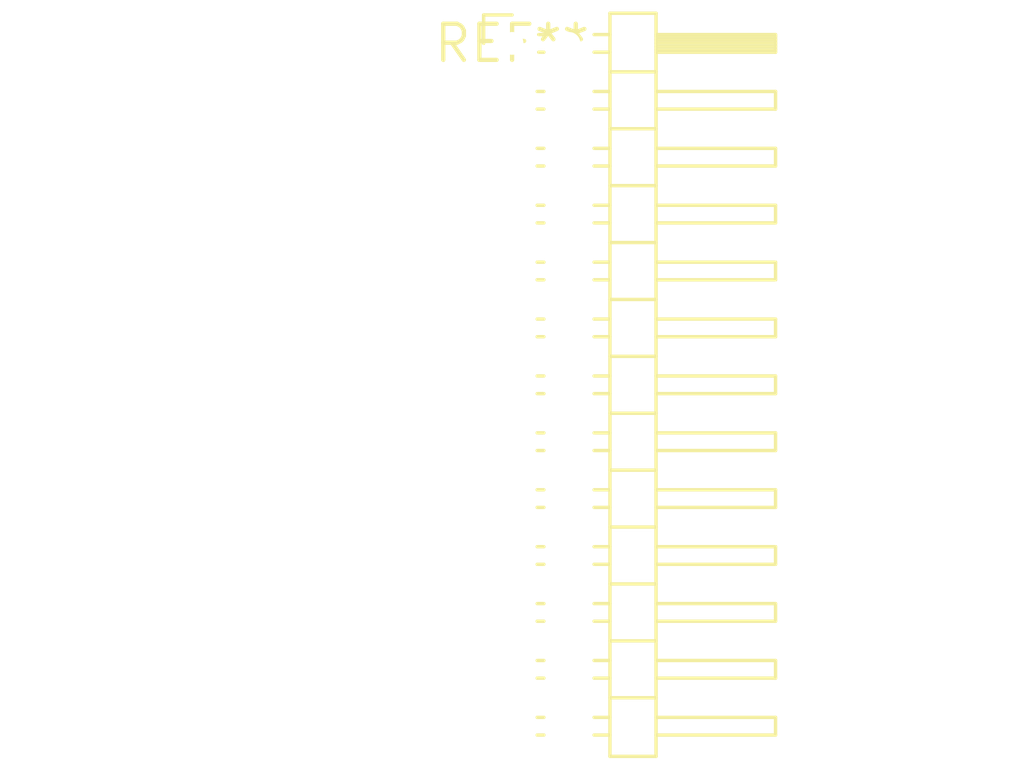
<source format=kicad_pcb>
(kicad_pcb (version 20240108) (generator pcbnew)
  (layers (0 "F.Cu" signal) (31 "B.Cu" signal) (34 "B.Paste" user) (35 "F.Paste" user) (36 "B.SilkS" user "B.Silkscreen") (37 "F.SilkS" user "F.Silkscreen") (38 "B.Mask" user) (39 "F.Mask" user) (44 "Edge.Cuts" user))
  (net 0 "")
  (footprint "PinHeader_2x13_P2.00mm_Horizontal" (layer "F.Cu") (at 0 0)
    (property "Reference" "REF**")
    (property "Value" "PinHeader_2x13_P2.00mm_Horizontal")
    (fp_line (start -1 -1) (end 0 -1) (layer "F.SilkS") (stroke (width 0.12)))
    (fp_line (start -1 0) (end -1 -1) (layer "F.SilkS") (stroke (width 0.12)))
    (fp_line (start 0.882114 1.69) (end 1.117886 1.69) (layer "F.SilkS") (stroke (width 0.12)))
    (fp_line (start 0.882114 2.31) (end 1.117886 2.31) (layer "F.SilkS") (stroke (width 0.12)))
    (fp_line (start 0.882114 3.69) (end 1.117886 3.69) (layer "F.SilkS") (stroke (width 0.12)))
    (fp_line (start 0.882114 4.31) (end 1.117886 4.31) (layer "F.SilkS") (stroke (width 0.12)))
    (fp_line (start 0.882114 5.69) (end 1.117886 5.69) (layer "F.SilkS") (stroke (width 0.12)))
    (fp_line (start 0.882114 6.31) (end 1.117886 6.31) (layer "F.SilkS") (stroke (width 0.12)))
    (fp_line (start 0.882114 7.69) (end 1.117886 7.69) (layer "F.SilkS") (stroke (width 0.12)))
    (fp_line (start 0.882114 8.31) (end 1.117886 8.31) (layer "F.SilkS") (stroke (width 0.12)))
    (fp_line (start 0.882114 9.69) (end 1.117886 9.69) (layer "F.SilkS") (stroke (width 0.12)))
    (fp_line (start 0.882114 10.31) (end 1.117886 10.31) (layer "F.SilkS") (stroke (width 0.12)))
    (fp_line (start 0.882114 11.69) (end 1.117886 11.69) (layer "F.SilkS") (stroke (width 0.12)))
    (fp_line (start 0.882114 12.31) (end 1.117886 12.31) (layer "F.SilkS") (stroke (width 0.12)))
    (fp_line (start 0.882114 13.69) (end 1.117886 13.69) (layer "F.SilkS") (stroke (width 0.12)))
    (fp_line (start 0.882114 14.31) (end 1.117886 14.31) (layer "F.SilkS") (stroke (width 0.12)))
    (fp_line (start 0.882114 15.69) (end 1.117886 15.69) (layer "F.SilkS") (stroke (width 0.12)))
    (fp_line (start 0.882114 16.31) (end 1.117886 16.31) (layer "F.SilkS") (stroke (width 0.12)))
    (fp_line (start 0.882114 17.69) (end 1.117886 17.69) (layer "F.SilkS") (stroke (width 0.12)))
    (fp_line (start 0.882114 18.31) (end 1.117886 18.31) (layer "F.SilkS") (stroke (width 0.12)))
    (fp_line (start 0.882114 19.69) (end 1.117886 19.69) (layer "F.SilkS") (stroke (width 0.12)))
    (fp_line (start 0.882114 20.31) (end 1.117886 20.31) (layer "F.SilkS") (stroke (width 0.12)))
    (fp_line (start 0.882114 21.69) (end 1.117886 21.69) (layer "F.SilkS") (stroke (width 0.12)))
    (fp_line (start 0.882114 22.31) (end 1.117886 22.31) (layer "F.SilkS") (stroke (width 0.12)))
    (fp_line (start 0.882114 23.69) (end 1.117886 23.69) (layer "F.SilkS") (stroke (width 0.12)))
    (fp_line (start 0.882114 24.31) (end 1.117886 24.31) (layer "F.SilkS") (stroke (width 0.12)))
    (fp_line (start 0.935 -0.31) (end 1.117886 -0.31) (layer "F.SilkS") (stroke (width 0.12)))
    (fp_line (start 0.935 0.31) (end 1.117886 0.31) (layer "F.SilkS") (stroke (width 0.12)))
    (fp_line (start 2.882114 -0.31) (end 3.44 -0.31) (layer "F.SilkS") (stroke (width 0.12)))
    (fp_line (start 2.882114 0.31) (end 3.44 0.31) (layer "F.SilkS") (stroke (width 0.12)))
    (fp_line (start 2.882114 1.69) (end 3.44 1.69) (layer "F.SilkS") (stroke (width 0.12)))
    (fp_line (start 2.882114 2.31) (end 3.44 2.31) (layer "F.SilkS") (stroke (width 0.12)))
    (fp_line (start 2.882114 3.69) (end 3.44 3.69) (layer "F.SilkS") (stroke (width 0.12)))
    (fp_line (start 2.882114 4.31) (end 3.44 4.31) (layer "F.SilkS") (stroke (width 0.12)))
    (fp_line (start 2.882114 5.69) (end 3.44 5.69) (layer "F.SilkS") (stroke (width 0.12)))
    (fp_line (start 2.882114 6.31) (end 3.44 6.31) (layer "F.SilkS") (stroke (width 0.12)))
    (fp_line (start 2.882114 7.69) (end 3.44 7.69) (layer "F.SilkS") (stroke (width 0.12)))
    (fp_line (start 2.882114 8.31) (end 3.44 8.31) (layer "F.SilkS") (stroke (width 0.12)))
    (fp_line (start 2.882114 9.69) (end 3.44 9.69) (layer "F.SilkS") (stroke (width 0.12)))
    (fp_line (start 2.882114 10.31) (end 3.44 10.31) (layer "F.SilkS") (stroke (width 0.12)))
    (fp_line (start 2.882114 11.69) (end 3.44 11.69) (layer "F.SilkS") (stroke (width 0.12)))
    (fp_line (start 2.882114 12.31) (end 3.44 12.31) (layer "F.SilkS") (stroke (width 0.12)))
    (fp_line (start 2.882114 13.69) (end 3.44 13.69) (layer "F.SilkS") (stroke (width 0.12)))
    (fp_line (start 2.882114 14.31) (end 3.44 14.31) (layer "F.SilkS") (stroke (width 0.12)))
    (fp_line (start 2.882114 15.69) (end 3.44 15.69) (layer "F.SilkS") (stroke (width 0.12)))
    (fp_line (start 2.882114 16.31) (end 3.44 16.31) (layer "F.SilkS") (stroke (width 0.12)))
    (fp_line (start 2.882114 17.69) (end 3.44 17.69) (layer "F.SilkS") (stroke (width 0.12)))
    (fp_line (start 2.882114 18.31) (end 3.44 18.31) (layer "F.SilkS") (stroke (width 0.12)))
    (fp_line (start 2.882114 19.69) (end 3.44 19.69) (layer "F.SilkS") (stroke (width 0.12)))
    (fp_line (start 2.882114 20.31) (end 3.44 20.31) (layer "F.SilkS") (stroke (width 0.12)))
    (fp_line (start 2.882114 21.69) (end 3.44 21.69) (layer "F.SilkS") (stroke (width 0.12)))
    (fp_line (start 2.882114 22.31) (end 3.44 22.31) (layer "F.SilkS") (stroke (width 0.12)))
    (fp_line (start 2.882114 23.69) (end 3.44 23.69) (layer "F.SilkS") (stroke (width 0.12)))
    (fp_line (start 2.882114 24.31) (end 3.44 24.31) (layer "F.SilkS") (stroke (width 0.12)))
    (fp_line (start 3.44 -1.06) (end 3.44 25.06) (layer "F.SilkS") (stroke (width 0.12)))
    (fp_line (start 3.44 1) (end 5.06 1) (layer "F.SilkS") (stroke (width 0.12)))
    (fp_line (start 3.44 3) (end 5.06 3) (layer "F.SilkS") (stroke (width 0.12)))
    (fp_line (start 3.44 5) (end 5.06 5) (layer "F.SilkS") (stroke (width 0.12)))
    (fp_line (start 3.44 7) (end 5.06 7) (layer "F.SilkS") (stroke (width 0.12)))
    (fp_line (start 3.44 9) (end 5.06 9) (layer "F.SilkS") (stroke (width 0.12)))
    (fp_line (start 3.44 11) (end 5.06 11) (layer "F.SilkS") (stroke (width 0.12)))
    (fp_line (start 3.44 13) (end 5.06 13) (layer "F.SilkS") (stroke (width 0.12)))
    (fp_line (start 3.44 15) (end 5.06 15) (layer "F.SilkS") (stroke (width 0.12)))
    (fp_line (start 3.44 17) (end 5.06 17) (layer "F.SilkS") (stroke (width 0.12)))
    (fp_line (start 3.44 19) (end 5.06 19) (layer "F.SilkS") (stroke (width 0.12)))
    (fp_line (start 3.44 21) (end 5.06 21) (layer "F.SilkS") (stroke (width 0.12)))
    (fp_line (start 3.44 23) (end 5.06 23) (layer "F.SilkS") (stroke (width 0.12)))
    (fp_line (start 3.44 25.06) (end 5.06 25.06) (layer "F.SilkS") (stroke (width 0.12)))
    (fp_line (start 5.06 -1.06) (end 3.44 -1.06) (layer "F.SilkS") (stroke (width 0.12)))
    (fp_line (start 5.06 -0.31) (end 9.26 -0.31) (layer "F.SilkS") (stroke (width 0.12)))
    (fp_line (start 5.06 -0.25) (end 9.26 -0.25) (layer "F.SilkS") (stroke (width 0.12)))
    (fp_line (start 5.06 -0.13) (end 9.26 -0.13) (layer "F.SilkS") (stroke (width 0.12)))
    (fp_line (start 5.06 -0.01) (end 9.26 -0.01) (layer "F.SilkS") (stroke (width 0.12)))
    (fp_line (start 5.06 0.11) (end 9.26 0.11) (layer "F.SilkS") (stroke (width 0.12)))
    (fp_line (start 5.06 0.23) (end 9.26 0.23) (layer "F.SilkS") (stroke (width 0.12)))
    (fp_line (start 5.06 1.69) (end 9.26 1.69) (layer "F.SilkS") (stroke (width 0.12)))
    (fp_line (start 5.06 3.69) (end 9.26 3.69) (layer "F.SilkS") (stroke (width 0.12)))
    (fp_line (start 5.06 5.69) (end 9.26 5.69) (layer "F.SilkS") (stroke (width 0.12)))
    (fp_line (start 5.06 7.69) (end 9.26 7.69) (layer "F.SilkS") (stroke (width 0.12)))
    (fp_line (start 5.06 9.69) (end 9.26 9.69) (layer "F.SilkS") (stroke (width 0.12)))
    (fp_line (start 5.06 11.69) (end 9.26 11.69) (layer "F.SilkS") (stroke (width 0.12)))
    (fp_line (start 5.06 13.69) (end 9.26 13.69) (layer "F.SilkS") (stroke (width 0.12)))
    (fp_line (start 5.06 15.69) (end 9.26 15.69) (layer "F.SilkS") (stroke (width 0.12)))
    (fp_line (start 5.06 17.69) (end 9.26 17.69) (layer "F.SilkS") (stroke (width 0.12)))
    (fp_line (start 5.06 19.69) (end 9.26 19.69) (layer "F.SilkS") (stroke (width 0.12)))
    (fp_line (start 5.06 21.69) (end 9.26 21.69) (layer "F.SilkS") (stroke (width 0.12)))
    (fp_line (start 5.06 23.69) (end 9.26 23.69) (layer "F.SilkS") (stroke (width 0.12)))
    (fp_line (start 5.06 25.06) (end 5.06 -1.06) (layer "F.SilkS") (stroke (width 0.12)))
    (fp_line (start 9.26 -0.31) (end 9.26 0.31) (layer "F.SilkS") (stroke (width 0.12)))
    (fp_line (start 9.26 0.31) (end 5.06 0.31) (layer "F.SilkS") (stroke (width 0.12)))
    (fp_line (start 9.26 1.69) (end 9.26 2.31) (layer "F.SilkS") (stroke (width 0.12)))
    (fp_line (start 9.26 2.31) (end 5.06 2.31) (layer "F.SilkS") (stroke (width 0.12)))
    (fp_line (start 9.26 3.69) (end 9.26 4.31) (layer "F.SilkS") (stroke (width 0.12)))
    (fp_line (start 9.26 4.31) (end 5.06 4.31) (layer "F.SilkS") (stroke (width 0.12)))
    (fp_line (start 9.26 5.69) (end 9.26 6.31) (layer "F.SilkS") (stroke (width 0.12)))
    (fp_line (start 9.26 6.31) (end 5.06 6.31) (layer "F.SilkS") (stroke (width 0.12)))
    (fp_line (start 9.26 7.69) (end 9.26 8.31) (layer "F.SilkS") (stroke (width 0.12)))
    (fp_line (start 9.26 8.31) (end 5.06 8.31) (layer "F.SilkS") (stroke (width 0.12)))
    (fp_line (start 9.26 9.69) (end 9.26 10.31) (layer "F.SilkS") (stroke (width 0.12)))
    (fp_line (start 9.26 10.31) (end 5.06 10.31) (layer "F.SilkS") (stroke (width 0.12)))
    (fp_line (start 9.26 11.69) (end 9.26 12.31) (layer "F.SilkS") (stroke (width 0.12)))
    (fp_line (start 9.26 12.31) (end 5.06 12.31) (layer "F.SilkS") (stroke (width 0.12)))
    (fp_line (start 9.26 13.69) (end 9.26 14.31) (layer "F.SilkS") (stroke (width 0.12)))
    (fp_line (start 9.26 14.31) (end 5.06 14.31) (layer "F.SilkS") (stroke (width 0.12)))
    (fp_line (start 9.26 15.69) (end 9.26 16.31) (layer "F.SilkS") (stroke (width 0.12)))
    (fp_line (start 9.26 16.31) (end 5.06 16.31) (layer "F.SilkS") (stroke (width 0.12)))
    (fp_line (start 9.26 17.69) (end 9.26 18.31) (layer "F.SilkS") (stroke (width 0.12)))
    (fp_line (start 9.26 18.31) (end 5.06 18.31) (layer "F.SilkS") (stroke (width 0.12)))
    (fp_line (start 9.26 19.69) (end 9.26 20.31) (layer "F.SilkS") (stroke (width 0.12)))
    (fp_line (start 9.26 20.31) (end 5.06 20.31) (layer "F.SilkS") (stroke (width 0.12)))
    (fp_line (start 9.26 21.69) (end 9.26 22.31) (layer "F.SilkS") (stroke (width 0.12)))
    (fp_line (start 9.26 22.31) (end 5.06 22.31) (layer "F.SilkS") (stroke (width 0.12)))
    (fp_line (start 9.26 23.69) (end 9.26 24.31) (layer "F.SilkS") (stroke (width 0.12)))
    (fp_line (start 9.26 24.31) (end 5.06 24.31) (layer "F.SilkS") (stroke (width 0.12)))
    (pad "1" thru_hole rect (at 0 0) (size 1.35 1.35) (drill 0.8) (layers *.Cu *.Mask) (remove_unused_layers))
    (pad "2" thru_hole oval (at 2 0) (size 1.35 1.35) (drill 0.8) (layers *.Cu *.Mask) (remove_unused_layers))
    (pad "3" thru_hole oval (at 0 2) (size 1.35 1.35) (drill 0.8) (layers *.Cu *.Mask) (remove_unused_layers))
    (pad "4" thru_hole oval (at 2 2) (size 1.35 1.35) (drill 0.8) (layers *.Cu *.Mask) (remove_unused_layers))
    (pad "5" thru_hole oval (at 0 4) (size 1.35 1.35) (drill 0.8) (layers *.Cu *.Mask) (remove_unused_layers))
    (pad "6" thru_hole oval (at 2 4) (size 1.35 1.35) (drill 0.8) (layers *.Cu *.Mask) (remove_unused_layers))
    (pad "7" thru_hole oval (at 0 6) (size 1.35 1.35) (drill 0.8) (layers *.Cu *.Mask) (remove_unused_layers))
    (pad "8" thru_hole oval (at 2 6) (size 1.35 1.35) (drill 0.8) (layers *.Cu *.Mask) (remove_unused_layers))
    (pad "9" thru_hole oval (at 0 8) (size 1.35 1.35) (drill 0.8) (layers *.Cu *.Mask) (remove_unused_layers))
    (pad "10" thru_hole oval (at 2 8) (size 1.35 1.35) (drill 0.8) (layers *.Cu *.Mask) (remove_unused_layers))
    (pad "11" thru_hole oval (at 0 10) (size 1.35 1.35) (drill 0.8) (layers *.Cu *.Mask) (remove_unused_layers))
    (pad "12" thru_hole oval (at 2 10) (size 1.35 1.35) (drill 0.8) (layers *.Cu *.Mask) (remove_unused_layers))
    (pad "13" thru_hole oval (at 0 12) (size 1.35 1.35) (drill 0.8) (layers *.Cu *.Mask) (remove_unused_layers))
    (pad "14" thru_hole oval (at 2 12) (size 1.35 1.35) (drill 0.8) (layers *.Cu *.Mask) (remove_unused_layers))
    (pad "15" thru_hole oval (at 0 14) (size 1.35 1.35) (drill 0.8) (layers *.Cu *.Mask) (remove_unused_layers))
    (pad "16" thru_hole oval (at 2 14) (size 1.35 1.35) (drill 0.8) (layers *.Cu *.Mask) (remove_unused_layers))
    (pad "17" thru_hole oval (at 0 16) (size 1.35 1.35) (drill 0.8) (layers *.Cu *.Mask) (remove_unused_layers))
    (pad "18" thru_hole oval (at 2 16) (size 1.35 1.35) (drill 0.8) (layers *.Cu *.Mask) (remove_unused_layers))
    (pad "19" thru_hole oval (at 0 18) (size 1.35 1.35) (drill 0.8) (layers *.Cu *.Mask) (remove_unused_layers))
    (pad "20" thru_hole oval (at 2 18) (size 1.35 1.35) (drill 0.8) (layers *.Cu *.Mask) (remove_unused_layers))
    (pad "21" thru_hole oval (at 0 20) (size 1.35 1.35) (drill 0.8) (layers *.Cu *.Mask) (remove_unused_layers))
    (pad "22" thru_hole oval (at 2 20) (size 1.35 1.35) (drill 0.8) (layers *.Cu *.Mask) (remove_unused_layers))
    (pad "23" thru_hole oval (at 0 22) (size 1.35 1.35) (drill 0.8) (layers *.Cu *.Mask) (remove_unused_layers))
    (pad "24" thru_hole oval (at 2 22) (size 1.35 1.35) (drill 0.8) (layers *.Cu *.Mask) (remove_unused_layers))
    (pad "25" thru_hole oval (at 0 24) (size 1.35 1.35) (drill 0.8) (layers *.Cu *.Mask) (remove_unused_layers))
    (pad "26" thru_hole oval (at 2 24) (size 1.35 1.35) (drill 0.8) (layers *.Cu *.Mask) (remove_unused_layers))
  )
)
</source>
